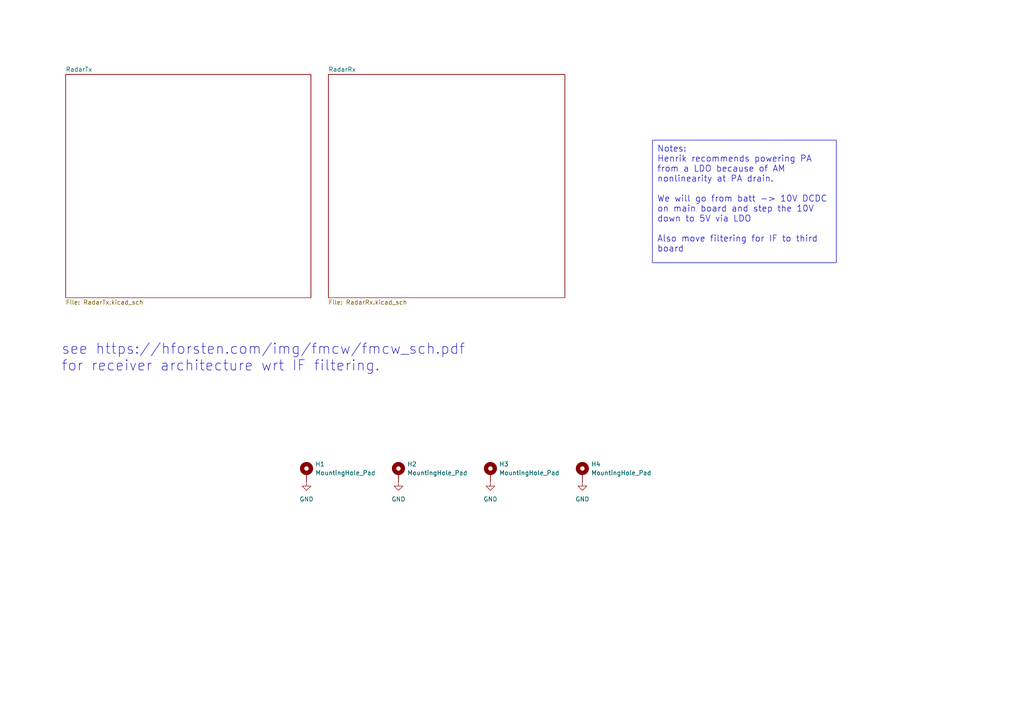
<source format=kicad_sch>
(kicad_sch (version 20230121) (generator eeschema)
  (paper "A4")
  (lib_symbols
    (symbol "Mechanical:MountingHole_Pad" (pin_numbers hide) (pin_names (offset 1.016) hide)
      (property "Reference" "H" (at 0 6.35 0))
      (property "Value" "MountingHole_Pad" (at 0 4.445 0))
      (symbol "MountingHole_Pad_0_1"
        (circle (center 0 1.27) (radius 1.27) (stroke (width 1.27)))
      )
      (symbol "MountingHole_Pad_1_1"
        (pin input line (at 0 -2.54 90) (length 2.54) (name "1") (number "1"))
      )
    )
    (symbol "power:GND" (power) (pin_names (offset 0))
      (property "Value" "GND" (at 0 -3.81 0))
      (symbol "GND_0_1"
        (polyline (pts (xy 0 0) (xy 0 -1.27) (xy 1.27 -1.27) (xy 0 -2.54) (xy -1.27 -1.27) (xy 0 -1.27)))
      )
      (symbol "GND_1_1"
        (pin power_in line (at 0 0 270) (length 0) hide (name "GND") (number "1"))
      )
    )
  )
  (text_box "Notes:\nHenrik recommends powering PA from a LDO because of AM nonlinearity at PA drain.\n\nWe will go from batt -> 10V DCDC on main board and step the 10V down to 5V via LDO\n\nAlso move filtering for IF to third board" (at 189.23 40.64 0) (size 53.34 35.56) (effects (font (size 1.8 1.8)) (justify left top)))
  (text "see https://hforsten.com/img/fmcw/fmcw_sch.pdf\nfor receiver architecture wrt IF filtering." (at 17.78 107.95 0) (effects (font (size 3 3)) (justify left bottom)))
  (symbol (lib_id "Mechanical:MountingHole_Pad") (at 115.57 137.16 0) (unit 1)
    (property "Reference" "H2" (at 118.11 134.62 0) (effects (justify left)))
    (property "Value" "MountingHole_Pad" (at 118.11 137.16 0) (effects (justify left)))
    (property "Footprint" "MountingHole:MountingHole_2.5mm_Pad" (effects hide))
  )
  (symbol (lib_id "Mechanical:MountingHole_Pad") (at 142.24 137.16 0) (unit 1)
    (property "Reference" "H3" (at 144.78 134.62 0) (effects (justify left)))
    (property "Value" "MountingHole_Pad" (at 144.78 137.16 0) (effects (justify left)))
    (property "Footprint" "MountingHole:MountingHole_2.5mm_Pad" (effects hide))
  )
  (symbol (lib_id "power:GND") (at 168.91 139.7 0) (unit 1)
    (property "Reference" "#PWR04" (effects hide))
    (property "Value" "GND" (at 168.91 144.78 0))
  )
  (symbol (lib_id "power:GND") (at 88.9 139.7 0) (unit 1)
    (property "Reference" "#PWR01" (effects hide))
    (property "Value" "GND" (at 88.9 144.78 0))
  )
  (symbol (lib_id "power:GND") (at 142.24 139.7 0) (unit 1)
    (property "Reference" "#PWR03" (effects hide))
    (property "Value" "GND" (at 142.24 144.78 0))
  )
  (symbol (lib_id "Mechanical:MountingHole_Pad") (at 168.91 137.16 0) (unit 1)
    (property "Reference" "H4" (at 171.45 134.62 0) (effects (justify left)))
    (property "Value" "MountingHole_Pad" (at 171.45 137.16 0) (effects (justify left)))
    (property "Footprint" "MountingHole:MountingHole_2.5mm_Pad" (effects hide))
  )
  (symbol (lib_id "Mechanical:MountingHole_Pad") (at 88.9 137.16 0) (unit 1)
    (property "Reference" "H1" (at 91.44 134.62 0) (effects (justify left)))
    (property "Value" "MountingHole_Pad" (at 91.44 137.16 0) (effects (justify left)))
    (property "Footprint" "MountingHole:MountingHole_2.5mm_Pad" (effects hide))
  )
  (symbol (lib_id "power:GND") (at 115.57 139.7 0) (unit 1)
    (property "Reference" "#PWR02" (effects hide))
    (property "Value" "GND" (at 115.57 144.78 0))
  )
  (sheet (at 19.05 21.59) (size 71.12 64.77) (stroke (width 0.1524))
    (property "Sheetname" "RadarTx" (at 19.05 20.8784 0) (effects (justify left bottom)))
    (property "Sheetfile" "RadarTx.kicad_sch" (at 19.05 86.9446 0) (effects (justify left top)))
  )
  (sheet (at 95.25 21.59) (size 68.58 64.77) (stroke (width 0.1524))
    (property "Sheetname" "RadarRx" (at 95.25 20.8784 0) (effects (justify left bottom)))
    (property "Sheetfile" "RadarRx.kicad_sch" (at 95.25 86.9446 0) (effects (justify left top)))
  )
)
</source>
